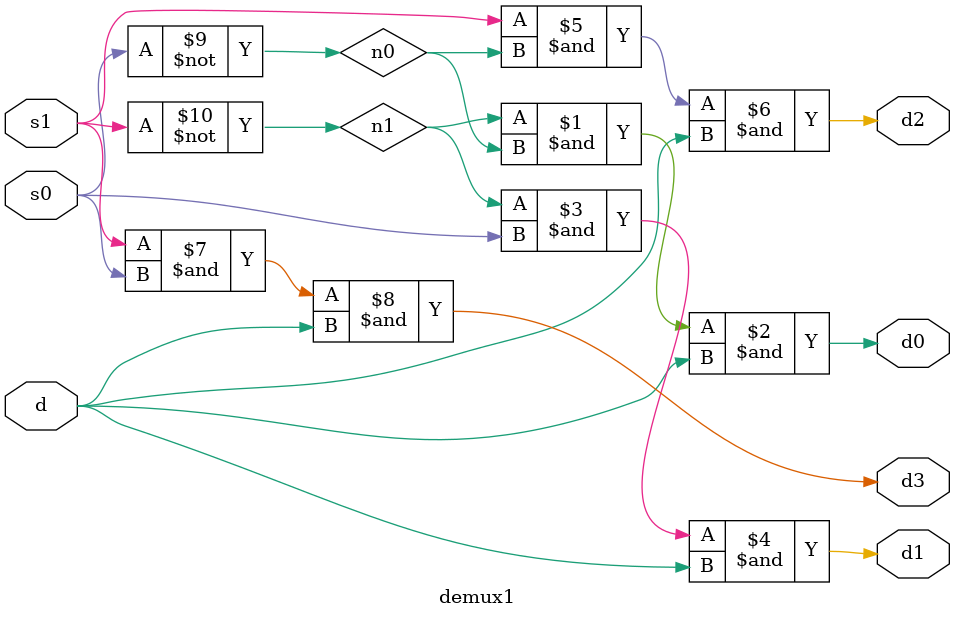
<source format=v>
`timescale 1ns / 1ps
module demux1(
    input d,
    input s1,
    input s0,
    output d0,
    output d1,
    output d2,
    output d3
    );
wire n0,n1;
not(n0,s0);
not(n1,s1);
and(d0,n1,n0,d);
and(d1,n1,s0,d);
and(d2,s1,n0,d);
and(d3,s1,s0,d);

endmodule

</source>
